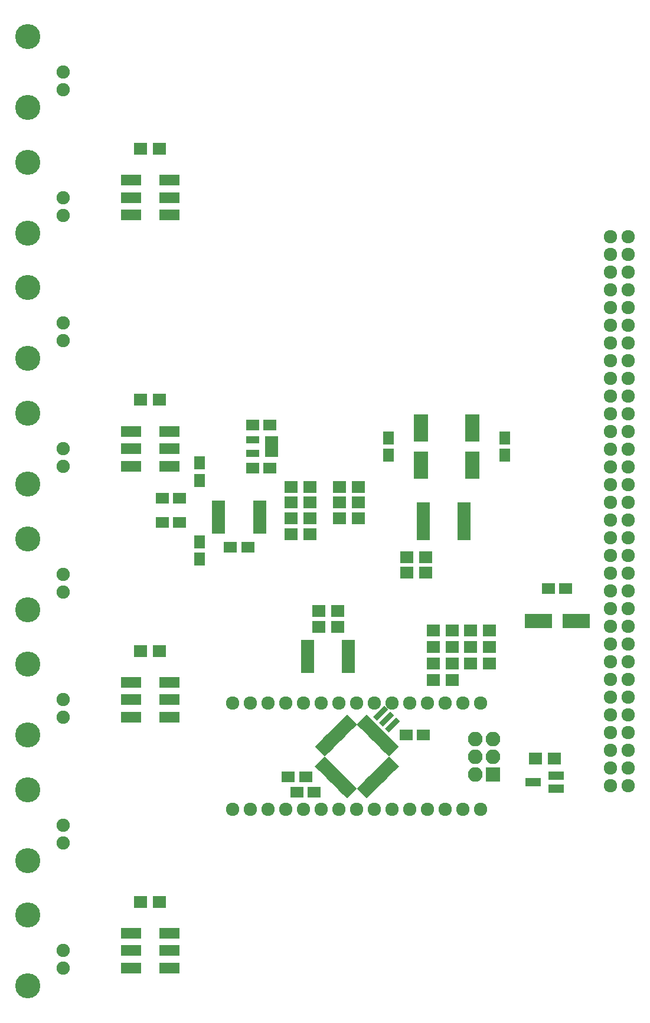
<source format=gbr>
G04 #@! TF.FileFunction,Soldermask,Top*
%FSLAX46Y46*%
G04 Gerber Fmt 4.6, Leading zero omitted, Abs format (unit mm)*
G04 Created by KiCad (PCBNEW 4.0.7-e2-6376~61~ubuntu18.04.1) date Wed Sep  2 21:57:33 2020*
%MOMM*%
%LPD*%
G01*
G04 APERTURE LIST*
%ADD10C,0.100000*%
%ADD11C,1.924000*%
%ADD12R,1.900000X1.650000*%
%ADD13R,2.900000X1.600000*%
%ADD14C,1.900000*%
%ADD15C,3.600000*%
%ADD16R,1.900000X1.700000*%
%ADD17R,3.900000X2.000000*%
%ADD18R,1.960000X1.050000*%
%ADD19R,1.850000X0.850000*%
%ADD20R,1.900000X0.850000*%
%ADD21R,2.200000X1.200000*%
%ADD22R,1.650000X1.900000*%
%ADD23R,2.000000X3.900000*%
%ADD24R,2.100000X2.100000*%
%ADD25O,2.100000X2.100000*%
G04 APERTURE END LIST*
D10*
G36*
X154706334Y-156456712D02*
X155378086Y-157128464D01*
X153963872Y-158542678D01*
X153292120Y-157870926D01*
X154706334Y-156456712D01*
X154706334Y-156456712D01*
G37*
G36*
X154140648Y-155891027D02*
X154812400Y-156562779D01*
X153398186Y-157976993D01*
X152726434Y-157305241D01*
X154140648Y-155891027D01*
X154140648Y-155891027D01*
G37*
G36*
X153574963Y-155325341D02*
X154246715Y-155997093D01*
X152832501Y-157411307D01*
X152160749Y-156739555D01*
X153574963Y-155325341D01*
X153574963Y-155325341D01*
G37*
G36*
X153009278Y-154759656D02*
X153681030Y-155431408D01*
X152266816Y-156845622D01*
X151595064Y-156173870D01*
X153009278Y-154759656D01*
X153009278Y-154759656D01*
G37*
G36*
X152443592Y-154193970D02*
X153115344Y-154865722D01*
X151701130Y-156279936D01*
X151029378Y-155608184D01*
X152443592Y-154193970D01*
X152443592Y-154193970D01*
G37*
G36*
X151877907Y-153628285D02*
X152549659Y-154300037D01*
X151135445Y-155714251D01*
X150463693Y-155042499D01*
X151877907Y-153628285D01*
X151877907Y-153628285D01*
G37*
G36*
X151312221Y-153062600D02*
X151983973Y-153734352D01*
X150569759Y-155148566D01*
X149898007Y-154476814D01*
X151312221Y-153062600D01*
X151312221Y-153062600D01*
G37*
G36*
X150746536Y-152496914D02*
X151418288Y-153168666D01*
X150004074Y-154582880D01*
X149332322Y-153911128D01*
X150746536Y-152496914D01*
X150746536Y-152496914D01*
G37*
G36*
X147281712Y-153168666D02*
X147953464Y-152496914D01*
X149367678Y-153911128D01*
X148695926Y-154582880D01*
X147281712Y-153168666D01*
X147281712Y-153168666D01*
G37*
G36*
X146716027Y-153734352D02*
X147387779Y-153062600D01*
X148801993Y-154476814D01*
X148130241Y-155148566D01*
X146716027Y-153734352D01*
X146716027Y-153734352D01*
G37*
G36*
X146150341Y-154300037D02*
X146822093Y-153628285D01*
X148236307Y-155042499D01*
X147564555Y-155714251D01*
X146150341Y-154300037D01*
X146150341Y-154300037D01*
G37*
G36*
X145584656Y-154865722D02*
X146256408Y-154193970D01*
X147670622Y-155608184D01*
X146998870Y-156279936D01*
X145584656Y-154865722D01*
X145584656Y-154865722D01*
G37*
G36*
X145018970Y-155431408D02*
X145690722Y-154759656D01*
X147104936Y-156173870D01*
X146433184Y-156845622D01*
X145018970Y-155431408D01*
X145018970Y-155431408D01*
G37*
G36*
X144453285Y-155997093D02*
X145125037Y-155325341D01*
X146539251Y-156739555D01*
X145867499Y-157411307D01*
X144453285Y-155997093D01*
X144453285Y-155997093D01*
G37*
G36*
X143887600Y-156562779D02*
X144559352Y-155891027D01*
X145973566Y-157305241D01*
X145301814Y-157976993D01*
X143887600Y-156562779D01*
X143887600Y-156562779D01*
G37*
G36*
X143321914Y-157128464D02*
X143993666Y-156456712D01*
X145407880Y-157870926D01*
X144736128Y-158542678D01*
X143321914Y-157128464D01*
X143321914Y-157128464D01*
G37*
G36*
X144736128Y-158507322D02*
X145407880Y-159179074D01*
X143993666Y-160593288D01*
X143321914Y-159921536D01*
X144736128Y-158507322D01*
X144736128Y-158507322D01*
G37*
G36*
X145301814Y-159073007D02*
X145973566Y-159744759D01*
X144559352Y-161158973D01*
X143887600Y-160487221D01*
X145301814Y-159073007D01*
X145301814Y-159073007D01*
G37*
G36*
X145867499Y-159638693D02*
X146539251Y-160310445D01*
X145125037Y-161724659D01*
X144453285Y-161052907D01*
X145867499Y-159638693D01*
X145867499Y-159638693D01*
G37*
G36*
X146433184Y-160204378D02*
X147104936Y-160876130D01*
X145690722Y-162290344D01*
X145018970Y-161618592D01*
X146433184Y-160204378D01*
X146433184Y-160204378D01*
G37*
G36*
X146998870Y-160770064D02*
X147670622Y-161441816D01*
X146256408Y-162856030D01*
X145584656Y-162184278D01*
X146998870Y-160770064D01*
X146998870Y-160770064D01*
G37*
G36*
X147564555Y-161335749D02*
X148236307Y-162007501D01*
X146822093Y-163421715D01*
X146150341Y-162749963D01*
X147564555Y-161335749D01*
X147564555Y-161335749D01*
G37*
G36*
X148130241Y-161901434D02*
X148801993Y-162573186D01*
X147387779Y-163987400D01*
X146716027Y-163315648D01*
X148130241Y-161901434D01*
X148130241Y-161901434D01*
G37*
G36*
X148695926Y-162467120D02*
X149367678Y-163138872D01*
X147953464Y-164553086D01*
X147281712Y-163881334D01*
X148695926Y-162467120D01*
X148695926Y-162467120D01*
G37*
G36*
X149332322Y-163138872D02*
X150004074Y-162467120D01*
X151418288Y-163881334D01*
X150746536Y-164553086D01*
X149332322Y-163138872D01*
X149332322Y-163138872D01*
G37*
G36*
X149898007Y-162573186D02*
X150569759Y-161901434D01*
X151983973Y-163315648D01*
X151312221Y-163987400D01*
X149898007Y-162573186D01*
X149898007Y-162573186D01*
G37*
G36*
X150463693Y-162007501D02*
X151135445Y-161335749D01*
X152549659Y-162749963D01*
X151877907Y-163421715D01*
X150463693Y-162007501D01*
X150463693Y-162007501D01*
G37*
G36*
X151029378Y-161441816D02*
X151701130Y-160770064D01*
X153115344Y-162184278D01*
X152443592Y-162856030D01*
X151029378Y-161441816D01*
X151029378Y-161441816D01*
G37*
G36*
X151595064Y-160876130D02*
X152266816Y-160204378D01*
X153681030Y-161618592D01*
X153009278Y-162290344D01*
X151595064Y-160876130D01*
X151595064Y-160876130D01*
G37*
G36*
X152160749Y-160310445D02*
X152832501Y-159638693D01*
X154246715Y-161052907D01*
X153574963Y-161724659D01*
X152160749Y-160310445D01*
X152160749Y-160310445D01*
G37*
G36*
X152726434Y-159744759D02*
X153398186Y-159073007D01*
X154812400Y-160487221D01*
X154140648Y-161158973D01*
X152726434Y-159744759D01*
X152726434Y-159744759D01*
G37*
G36*
X153292120Y-159179074D02*
X153963872Y-158507322D01*
X155378086Y-159921536D01*
X154706334Y-160593288D01*
X153292120Y-159179074D01*
X153292120Y-159179074D01*
G37*
D11*
X167117100Y-150924000D03*
X164577100Y-150924000D03*
X162037100Y-150924000D03*
X159497100Y-150924000D03*
X156957100Y-150924000D03*
X154417100Y-150924000D03*
X151877100Y-150924000D03*
X149337100Y-150924000D03*
X146797100Y-150924000D03*
X144257100Y-150924000D03*
X141717100Y-150924000D03*
X139177100Y-150924000D03*
X136637100Y-150924000D03*
X134097100Y-150924000D03*
X131557100Y-150924000D03*
X131557100Y-166164000D03*
X134097100Y-166164000D03*
X136637100Y-166164000D03*
X139177100Y-166164000D03*
X141717100Y-166164000D03*
X144257100Y-166164000D03*
X146797100Y-166164000D03*
X149337100Y-166164000D03*
X151877100Y-166164000D03*
X154417100Y-166164000D03*
X156957100Y-166164000D03*
X159497100Y-166164000D03*
X162037100Y-166164000D03*
X164577100Y-166164000D03*
X167117100Y-166164000D03*
D12*
X140725000Y-163650000D03*
X143225000Y-163650000D03*
X156390000Y-155430000D03*
X158890000Y-155430000D03*
X142000000Y-161475000D03*
X139500000Y-161475000D03*
D13*
X116950000Y-78400000D03*
X122450000Y-78400000D03*
X122450000Y-80900000D03*
X116950000Y-80900000D03*
X116950000Y-75900000D03*
X122450000Y-75900000D03*
X116950000Y-114400000D03*
X122450000Y-114400000D03*
X122450000Y-116900000D03*
X116950000Y-116900000D03*
X116950000Y-111900000D03*
X122450000Y-111900000D03*
X116950000Y-150400000D03*
X122450000Y-150400000D03*
X122450000Y-152900000D03*
X116950000Y-152900000D03*
X116950000Y-147900000D03*
X122450000Y-147900000D03*
X116950000Y-186400000D03*
X122450000Y-186400000D03*
X122450000Y-188900000D03*
X116950000Y-188900000D03*
X116950000Y-183900000D03*
X122450000Y-183900000D03*
D14*
X107280000Y-188940000D03*
D15*
X102200000Y-181320000D03*
X102200000Y-191480000D03*
D14*
X107280000Y-186400000D03*
X107280000Y-152940000D03*
D15*
X102200000Y-145320000D03*
X102200000Y-155480000D03*
D14*
X107280000Y-150400000D03*
X107280000Y-116940000D03*
D15*
X102200000Y-109320000D03*
X102200000Y-119480000D03*
D14*
X107280000Y-114400000D03*
X107280000Y-80940000D03*
D15*
X102200000Y-73320000D03*
X102200000Y-83480000D03*
D14*
X107280000Y-78400000D03*
D16*
X146890000Y-124380000D03*
X149590000Y-124380000D03*
X146890000Y-122120000D03*
X149590000Y-122120000D03*
X146890000Y-119860000D03*
X149590000Y-119860000D03*
X143885000Y-137716000D03*
X146585000Y-137716000D03*
D17*
X175377200Y-139113000D03*
X180777200Y-139113000D03*
D12*
X176827200Y-134464800D03*
X179327200Y-134464800D03*
D18*
X137136200Y-115044000D03*
X137136200Y-114094000D03*
X137136200Y-113144000D03*
X134436200Y-113144000D03*
X134436200Y-115044000D03*
D12*
X136909200Y-110969800D03*
X134409200Y-110969800D03*
X134409200Y-117218200D03*
X136909200Y-117218200D03*
D19*
X142259600Y-142243000D03*
X142259600Y-142893000D03*
X142259600Y-143543000D03*
X142259600Y-144193000D03*
X142259600Y-144843000D03*
X142259600Y-145493000D03*
X142259600Y-146143000D03*
X148159600Y-146143000D03*
X148159600Y-145493000D03*
X148159600Y-144843000D03*
X148159600Y-144193000D03*
X148159600Y-143543000D03*
X148159600Y-142893000D03*
X148159600Y-142243000D03*
X129521500Y-122304000D03*
X129521500Y-122954000D03*
X129521500Y-123604000D03*
X129521500Y-124254000D03*
X129521500Y-124904000D03*
X129521500Y-125554000D03*
X129521500Y-126204000D03*
X135421500Y-126204000D03*
X135421500Y-125554000D03*
X135421500Y-124904000D03*
X135421500Y-124254000D03*
X135421500Y-123604000D03*
X135421500Y-122954000D03*
X135421500Y-122304000D03*
D20*
X164750000Y-127075000D03*
X164750000Y-126425000D03*
X164750000Y-125775000D03*
X164750000Y-125125000D03*
X164750000Y-124475000D03*
X164750000Y-123825000D03*
X164750000Y-123175000D03*
X164750000Y-122525000D03*
X158850000Y-122525000D03*
X158850000Y-123175000D03*
X158850000Y-123825000D03*
X158850000Y-124475000D03*
X158850000Y-125125000D03*
X158850000Y-125775000D03*
X158850000Y-126425000D03*
X158850000Y-127075000D03*
D16*
X160293400Y-142872200D03*
X162993400Y-142872200D03*
X165678200Y-142872200D03*
X168378200Y-142872200D03*
X160293400Y-145209000D03*
X162993400Y-145209000D03*
X165678200Y-145209000D03*
X168378200Y-145209000D03*
X160318800Y-147571200D03*
X163018800Y-147571200D03*
X143885000Y-140002000D03*
X146585000Y-140002000D03*
X177674600Y-158861500D03*
X174974600Y-158861500D03*
X160293400Y-140510000D03*
X162993400Y-140510000D03*
X165678200Y-140510000D03*
X168378200Y-140510000D03*
X156530000Y-129950000D03*
X159230000Y-129950000D03*
X118350000Y-71400000D03*
X121050000Y-71400000D03*
X118350000Y-107400000D03*
X121050000Y-107400000D03*
X118350000Y-143400000D03*
X121050000Y-143400000D03*
X118350000Y-179400000D03*
X121050000Y-179400000D03*
X142597200Y-126641600D03*
X139897200Y-126641600D03*
X142597200Y-124381000D03*
X139897200Y-124381000D03*
X142600000Y-122120000D03*
X139900000Y-122120000D03*
X142597200Y-119859800D03*
X139897200Y-119859800D03*
X159230000Y-132210000D03*
X156530000Y-132210000D03*
D21*
X177974600Y-163177000D03*
X177974600Y-161277000D03*
X174674600Y-162227000D03*
D11*
X185730000Y-84030000D03*
X185730000Y-86570000D03*
X185730000Y-89110000D03*
X185730000Y-91650000D03*
X185730000Y-94190000D03*
X185730000Y-96730000D03*
X185730000Y-99270000D03*
X185730000Y-101810000D03*
X185730000Y-104350000D03*
X185730000Y-106890000D03*
X185730000Y-109430000D03*
X185730000Y-111970000D03*
X185730000Y-114510000D03*
X185730000Y-117050000D03*
X185730000Y-119590000D03*
X185730000Y-122130000D03*
X185730000Y-124670000D03*
X185730000Y-127210000D03*
X185730000Y-129750000D03*
X185730000Y-132290000D03*
X185730000Y-134830000D03*
X185730000Y-137370000D03*
X185730000Y-139910000D03*
X185730000Y-142450000D03*
X185730000Y-144990000D03*
X185730000Y-147530000D03*
X185730000Y-150070000D03*
X185730000Y-152610000D03*
X185730000Y-155150000D03*
X185730000Y-157690000D03*
X185730000Y-160230000D03*
X185730000Y-162770000D03*
X188270000Y-84030000D03*
X188270000Y-86570000D03*
X188270000Y-89110000D03*
X188270000Y-91650000D03*
X188270000Y-94190000D03*
X188270000Y-96730000D03*
X188270000Y-99270000D03*
X188270000Y-101810000D03*
X188270000Y-104350000D03*
X188270000Y-106890000D03*
X188270000Y-109430000D03*
X188270000Y-111970000D03*
X188270000Y-114510000D03*
X188270000Y-117050000D03*
X188270000Y-119590000D03*
X188270000Y-122130000D03*
X188270000Y-124670000D03*
X188270000Y-127210000D03*
X188270000Y-129750000D03*
X188270000Y-132290000D03*
X188270000Y-134830000D03*
X188270000Y-137370000D03*
X188270000Y-139910000D03*
X188270000Y-142450000D03*
X188270000Y-144990000D03*
X188270000Y-147530000D03*
X188270000Y-150070000D03*
X188270000Y-152610000D03*
X188270000Y-155150000D03*
X188270000Y-157690000D03*
X188270000Y-160230000D03*
X188270000Y-162770000D03*
D14*
X107280000Y-170940000D03*
D15*
X102200000Y-163320000D03*
X102200000Y-173480000D03*
D14*
X107280000Y-168400000D03*
X107280000Y-134940000D03*
D15*
X102200000Y-127320000D03*
X102200000Y-137480000D03*
D14*
X107280000Y-132400000D03*
X107280000Y-98940000D03*
D15*
X102200000Y-91320000D03*
X102200000Y-101480000D03*
D14*
X107280000Y-96400000D03*
X107280000Y-62940000D03*
D15*
X102200000Y-55320000D03*
X102200000Y-65480000D03*
D14*
X107280000Y-60400000D03*
D22*
X170571500Y-115344000D03*
X170571500Y-112844000D03*
D23*
X165872500Y-111394000D03*
X165872500Y-116794000D03*
X158506500Y-116794000D03*
X158506500Y-111394000D03*
D22*
X153871000Y-115344000D03*
X153871000Y-112844000D03*
D12*
X133721500Y-128508500D03*
X131221500Y-128508500D03*
D22*
X126800000Y-127750000D03*
X126800000Y-130250000D03*
D12*
X123942500Y-125016000D03*
X121442500Y-125016000D03*
X123942500Y-121523500D03*
X121442500Y-121523500D03*
D22*
X126800000Y-118950000D03*
X126800000Y-116450000D03*
D10*
G36*
X154696016Y-152644670D02*
X153069670Y-154271016D01*
X152503984Y-153705330D01*
X154130330Y-152078984D01*
X154696016Y-152644670D01*
X154696016Y-152644670D01*
G37*
G36*
X153847488Y-151796142D02*
X152221142Y-153422488D01*
X151655456Y-152856802D01*
X153281802Y-151230456D01*
X153847488Y-151796142D01*
X153847488Y-151796142D01*
G37*
G36*
X155544544Y-153493198D02*
X153918198Y-155119544D01*
X153352512Y-154553858D01*
X154978858Y-152927512D01*
X155544544Y-153493198D01*
X155544544Y-153493198D01*
G37*
D24*
X168900000Y-161100000D03*
D25*
X166360000Y-161100000D03*
X168900000Y-158560000D03*
X166360000Y-158560000D03*
X168900000Y-156020000D03*
X166360000Y-156020000D03*
M02*

</source>
